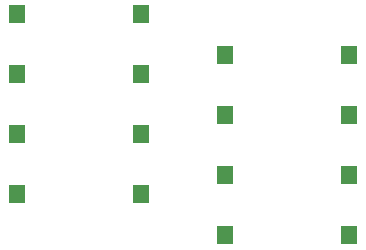
<source format=gtp>
G04 #@! TF.GenerationSoftware,KiCad,Pcbnew,8.0.3*
G04 #@! TF.CreationDate,2024-07-29T12:18:52+02:00*
G04 #@! TF.ProjectId,double_145MHz_BPF,646f7562-6c65-45f3-9134-354d487a5f42,rev?*
G04 #@! TF.SameCoordinates,Original*
G04 #@! TF.FileFunction,Paste,Top*
G04 #@! TF.FilePolarity,Positive*
%FSLAX46Y46*%
G04 Gerber Fmt 4.6, Leading zero omitted, Abs format (unit mm)*
G04 Created by KiCad (PCBNEW 8.0.3) date 2024-07-29 12:18:52*
%MOMM*%
%LPD*%
G01*
G04 APERTURE LIST*
%ADD10R,1.397000X1.524000*%
G04 APERTURE END LIST*
D10*
X119000000Y-66760000D03*
X108459000Y-66760000D03*
X119000000Y-61680000D03*
X108459000Y-61680000D03*
X119000000Y-56600000D03*
X108459000Y-56600000D03*
X119000000Y-51520000D03*
X108459000Y-51520000D03*
X90879500Y-48078000D03*
X101420500Y-48078000D03*
X90879500Y-53158000D03*
X101420500Y-53158000D03*
X90879500Y-58238000D03*
X101420500Y-58238000D03*
X90879500Y-63318000D03*
X101420500Y-63318000D03*
M02*

</source>
